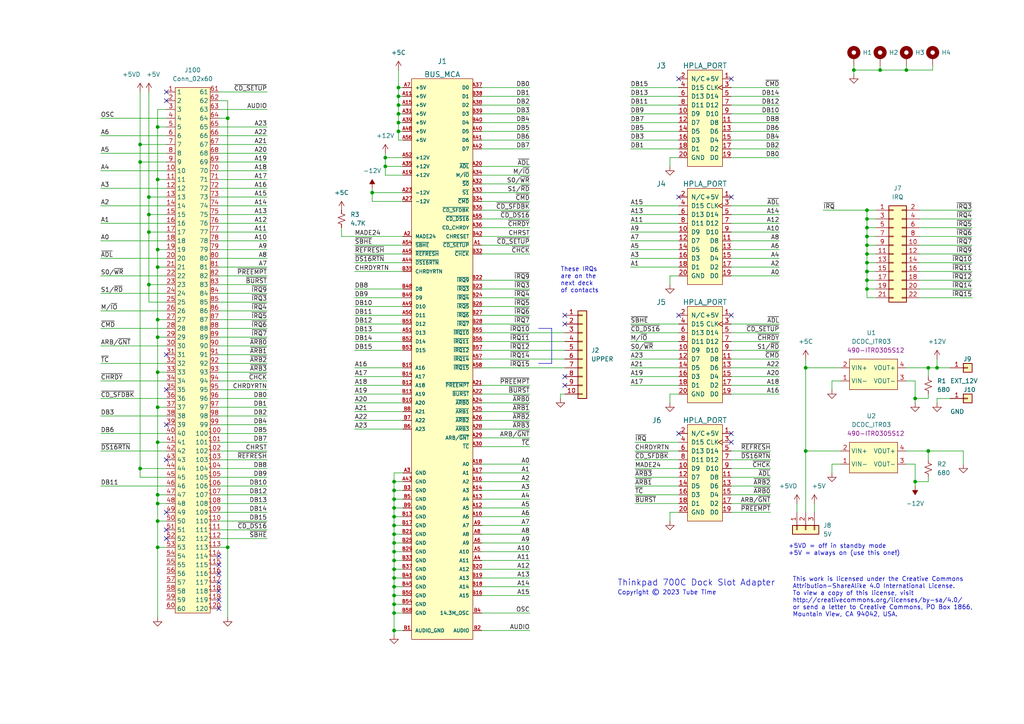
<source format=kicad_sch>
(kicad_sch (version 20230121) (generator eeschema)
  (paper "A4")
  (title_block (rev "2"))
  (junction (at 66.04 34.29))
  (junction (at 45.72 146.05))
  (junction (at 251.46 83.82))
  (junction (at 251.46 68.58))
  (junction (at 251.46 76.2))
  (junction (at 114.3 175.26))
  (junction (at 45.72 158.75))
  (junction (at 45.72 36.83))
  (junction (at 45.72 97.79))
  (junction (at 45.72 52.07))
  (junction (at 111.76 48.26))
  (junction (at 45.72 151.13))
  (junction (at 45.72 77.47))
  (junction (at 114.3 147.32))
  (junction (at 114.3 167.64))
  (junction (at 251.46 81.28))
  (junction (at 251.46 78.74))
  (junction (at 40.64 135.89))
  (junction (at 233.68 130.81))
  (junction (at 43.18 82.55))
  (junction (at 233.68 106.68))
  (junction (at 255.27 20.32))
  (junction (at 265.43 115.57))
  (junction (at 45.72 118.11))
  (junction (at 265.43 139.7))
  (junction (at 114.3 165.1))
  (junction (at 271.78 106.68))
  (junction (at 262.89 20.32))
  (junction (at 43.18 57.15))
  (junction (at 40.64 41.91))
  (junction (at 114.3 149.86))
  (junction (at 40.64 46.99))
  (junction (at 111.76 45.72))
  (junction (at 45.72 107.95))
  (junction (at 114.3 172.72))
  (junction (at 114.3 170.18))
  (junction (at 114.3 162.56))
  (junction (at 114.3 152.4))
  (junction (at 247.65 20.32))
  (junction (at 251.46 63.5))
  (junction (at 251.46 60.96))
  (junction (at 251.46 66.04))
  (junction (at 66.04 158.75))
  (junction (at 114.3 177.8))
  (junction (at 114.3 160.02))
  (junction (at 114.3 142.24))
  (junction (at 45.72 128.27))
  (junction (at 45.72 143.51))
  (junction (at 45.72 92.71))
  (junction (at 115.57 27.94))
  (junction (at 115.57 33.02))
  (junction (at 115.57 35.56))
  (junction (at 114.3 182.88))
  (junction (at 114.3 144.78))
  (junction (at 269.24 106.68))
  (junction (at 269.24 130.81))
  (junction (at 251.46 73.66))
  (junction (at 115.57 30.48))
  (junction (at 43.18 62.23))
  (junction (at 115.57 25.4))
  (junction (at 107.95 55.88))
  (junction (at 43.18 67.31))
  (junction (at 114.3 157.48))
  (junction (at 45.72 72.39))
  (junction (at 115.57 38.1))
  (junction (at 251.46 71.12))
  (junction (at 114.3 154.94))
  (junction (at 114.3 139.7))
  (no_connect (at 163.83 91.44))
  (no_connect (at 163.83 93.98))
  (no_connect (at 163.83 109.22))
  (no_connect (at 163.83 111.76))
  (no_connect (at 212.09 91.44))
  (no_connect (at 48.26 29.21))
  (no_connect (at 196.85 22.86))
  (no_connect (at 212.09 22.86))
  (no_connect (at 196.85 57.15))
  (no_connect (at 212.09 57.15))
  (no_connect (at 212.09 125.73))
  (no_connect (at 196.85 125.73))
  (no_connect (at 212.09 128.27))
  (no_connect (at 196.85 91.44))
  (no_connect (at 63.5 161.29))
  (no_connect (at 48.26 148.59))
  (no_connect (at 48.26 153.67))
  (no_connect (at 48.26 156.21))
  (no_connect (at 63.5 163.83))
  (no_connect (at 63.5 166.37))
  (no_connect (at 63.5 168.91))
  (no_connect (at 63.5 171.45))
  (no_connect (at 63.5 173.99))
  (no_connect (at 63.5 176.53))
  (no_connect (at 48.26 102.87))
  (no_connect (at 48.26 113.03))
  (no_connect (at 48.26 123.19))
  (no_connect (at 48.26 133.35))
  (no_connect (at 48.26 26.67))
  (wire (pts (xy 45.72 52.07) (xy 45.72 72.39)))
  (wire (pts (xy 111.76 48.26) (xy 116.84 48.26)))
  (wire (pts (xy 48.26 128.27) (xy 45.72 128.27)))
  (wire (pts (xy 139.7 63.5) (xy 153.67 63.5)))
  (wire (pts (xy 45.72 77.47) (xy 45.72 72.39)))
  (wire (pts (xy 116.84 93.98) (xy 102.87 93.98)))
  (wire (pts (xy 63.5 110.49) (xy 77.47 110.49)))
  (wire (pts (xy 114.3 149.86) (xy 116.84 149.86)))
  (wire (pts (xy 182.88 77.47) (xy 196.85 77.47)))
  (wire (pts (xy 269.24 114.3) (xy 269.24 115.57)))
  (wire (pts (xy 63.5 102.87) (xy 77.47 102.87)))
  (wire (pts (xy 266.7 76.2) (xy 281.94 76.2)))
  (wire (pts (xy 139.7 142.24) (xy 153.67 142.24)))
  (wire (pts (xy 45.72 97.79) (xy 45.72 92.71)))
  (wire (pts (xy 63.5 31.75) (xy 77.47 31.75)))
  (wire (pts (xy 116.84 116.84) (xy 102.87 116.84)))
  (wire (pts (xy 114.3 147.32) (xy 114.3 149.86)))
  (wire (pts (xy 139.7 177.8) (xy 153.67 177.8)))
  (wire (pts (xy 139.7 101.6) (xy 163.83 101.6)))
  (wire (pts (xy 114.3 167.64) (xy 116.84 167.64)))
  (wire (pts (xy 251.46 83.82) (xy 254 83.82)))
  (wire (pts (xy 266.7 60.96) (xy 281.94 60.96)))
  (wire (pts (xy 266.7 83.82) (xy 281.94 83.82)))
  (wire (pts (xy 212.09 33.02) (xy 226.06 33.02)))
  (wire (pts (xy 275.59 115.57) (xy 271.78 115.57)))
  (wire (pts (xy 114.3 172.72) (xy 116.84 172.72)))
  (wire (pts (xy 45.72 158.75) (xy 45.72 179.07)))
  (wire (pts (xy 271.78 106.68) (xy 275.59 106.68)))
  (wire (pts (xy 63.5 26.67) (xy 77.47 26.67)))
  (wire (pts (xy 269.24 106.68) (xy 271.78 106.68)))
  (wire (pts (xy 102.87 71.12) (xy 116.84 71.12)))
  (wire (pts (xy 139.7 129.54) (xy 153.67 129.54)))
  (wire (pts (xy 182.88 99.06) (xy 196.85 99.06)))
  (wire (pts (xy 251.46 60.96) (xy 254 60.96)))
  (polyline (pts (xy 156.21 105.41) (xy 160.02 105.41)))
  (wire (pts (xy 107.95 58.42) (xy 116.84 58.42)))
  (wire (pts (xy 63.5 153.67) (xy 77.47 153.67)))
  (wire (pts (xy 63.5 46.99) (xy 77.47 46.99)))
  (wire (pts (xy 29.21 74.93) (xy 48.26 74.93)))
  (wire (pts (xy 241.3 134.62) (xy 243.84 134.62)))
  (wire (pts (xy 115.57 25.4) (xy 116.84 25.4)))
  (wire (pts (xy 139.7 127) (xy 153.67 127)))
  (wire (pts (xy 114.3 139.7) (xy 116.84 139.7)))
  (wire (pts (xy 182.88 43.18) (xy 196.85 43.18)))
  (wire (pts (xy 63.5 120.65) (xy 77.47 120.65)))
  (wire (pts (xy 29.21 105.41) (xy 48.26 105.41)))
  (wire (pts (xy 116.84 83.82) (xy 102.87 83.82)))
  (wire (pts (xy 63.5 44.45) (xy 77.47 44.45)))
  (wire (pts (xy 45.72 146.05) (xy 45.72 143.51)))
  (wire (pts (xy 111.76 45.72) (xy 116.84 45.72)))
  (wire (pts (xy 115.57 38.1) (xy 115.57 40.64)))
  (wire (pts (xy 107.95 55.88) (xy 116.84 55.88)))
  (wire (pts (xy 66.04 158.75) (xy 66.04 179.07)))
  (wire (pts (xy 271.78 115.57) (xy 271.78 116.84)))
  (wire (pts (xy 116.84 109.22) (xy 102.87 109.22)))
  (wire (pts (xy 212.09 106.68) (xy 226.06 106.68)))
  (wire (pts (xy 251.46 60.96) (xy 251.46 63.5)))
  (wire (pts (xy 139.7 157.48) (xy 153.67 157.48)))
  (wire (pts (xy 45.72 77.47) (xy 45.72 92.71)))
  (wire (pts (xy 45.72 97.79) (xy 48.26 97.79)))
  (wire (pts (xy 194.31 45.72) (xy 194.31 48.26)))
  (wire (pts (xy 63.5 125.73) (xy 77.47 125.73)))
  (wire (pts (xy 196.85 59.69) (xy 182.88 59.69)))
  (wire (pts (xy 236.22 146.05) (xy 236.22 148.59)))
  (wire (pts (xy 115.57 25.4) (xy 115.57 27.94)))
  (wire (pts (xy 102.87 78.74) (xy 116.84 78.74)))
  (wire (pts (xy 63.5 34.29) (xy 66.04 34.29)))
  (wire (pts (xy 63.5 97.79) (xy 77.47 97.79)))
  (wire (pts (xy 251.46 86.36) (xy 254 86.36)))
  (wire (pts (xy 226.06 74.93) (xy 212.09 74.93)))
  (wire (pts (xy 99.06 66.04) (xy 99.06 68.58)))
  (wire (pts (xy 99.06 68.58) (xy 116.84 68.58)))
  (wire (pts (xy 116.84 88.9) (xy 102.87 88.9)))
  (wire (pts (xy 116.84 96.52) (xy 102.87 96.52)))
  (wire (pts (xy 48.26 77.47) (xy 45.72 77.47)))
  (wire (pts (xy 63.5 151.13) (xy 77.47 151.13)))
  (wire (pts (xy 212.09 93.98) (xy 226.06 93.98)))
  (wire (pts (xy 279.4 134.62) (xy 279.4 130.81)))
  (wire (pts (xy 139.7 147.32) (xy 153.67 147.32)))
  (wire (pts (xy 212.09 96.52) (xy 226.06 96.52)))
  (wire (pts (xy 247.65 20.32) (xy 255.27 20.32)))
  (wire (pts (xy 212.09 104.14) (xy 226.06 104.14)))
  (wire (pts (xy 196.85 111.76) (xy 182.88 111.76)))
  (wire (pts (xy 40.64 135.89) (xy 40.64 46.99)))
  (wire (pts (xy 251.46 81.28) (xy 251.46 83.82)))
  (wire (pts (xy 29.21 54.61) (xy 48.26 54.61)))
  (wire (pts (xy 63.5 77.47) (xy 77.47 77.47)))
  (wire (pts (xy 63.5 135.89) (xy 77.47 135.89)))
  (wire (pts (xy 114.3 137.16) (xy 114.3 139.7)))
  (wire (pts (xy 114.3 144.78) (xy 114.3 147.32)))
  (wire (pts (xy 212.09 64.77) (xy 226.06 64.77)))
  (wire (pts (xy 139.7 88.9) (xy 153.67 88.9)))
  (wire (pts (xy 139.7 111.76) (xy 153.67 111.76)))
  (wire (pts (xy 139.7 134.62) (xy 153.67 134.62)))
  (wire (pts (xy 139.7 73.66) (xy 153.67 73.66)))
  (wire (pts (xy 29.21 64.77) (xy 48.26 64.77)))
  (wire (pts (xy 212.09 146.05) (xy 223.52 146.05)))
  (wire (pts (xy 162.56 114.3) (xy 162.56 115.57)))
  (wire (pts (xy 63.5 115.57) (xy 77.47 115.57)))
  (wire (pts (xy 271.78 104.14) (xy 271.78 106.68)))
  (wire (pts (xy 251.46 81.28) (xy 254 81.28)))
  (wire (pts (xy 212.09 38.1) (xy 226.06 38.1)))
  (wire (pts (xy 114.3 152.4) (xy 114.3 154.94)))
  (wire (pts (xy 114.3 170.18) (xy 116.84 170.18)))
  (wire (pts (xy 251.46 73.66) (xy 254 73.66)))
  (wire (pts (xy 182.88 40.64) (xy 196.85 40.64)))
  (wire (pts (xy 212.09 101.6) (xy 226.06 101.6)))
  (wire (pts (xy 116.84 121.92) (xy 102.87 121.92)))
  (wire (pts (xy 194.31 151.13) (xy 194.31 148.59)))
  (wire (pts (xy 139.7 104.14) (xy 163.83 104.14)))
  (wire (pts (xy 265.43 140.97) (xy 265.43 139.7)))
  (wire (pts (xy 45.72 107.95) (xy 45.72 97.79)))
  (wire (pts (xy 111.76 44.45) (xy 111.76 45.72)))
  (wire (pts (xy 63.5 72.39) (xy 77.47 72.39)))
  (wire (pts (xy 107.95 55.88) (xy 107.95 58.42)))
  (wire (pts (xy 139.7 99.06) (xy 163.83 99.06)))
  (wire (pts (xy 63.5 57.15) (xy 77.47 57.15)))
  (wire (pts (xy 63.5 92.71) (xy 77.47 92.71)))
  (wire (pts (xy 63.5 74.93) (xy 77.47 74.93)))
  (wire (pts (xy 29.21 120.65) (xy 48.26 120.65)))
  (wire (pts (xy 139.7 119.38) (xy 153.67 119.38)))
  (wire (pts (xy 114.3 160.02) (xy 114.3 162.56)))
  (wire (pts (xy 182.88 101.6) (xy 196.85 101.6)))
  (wire (pts (xy 139.7 162.56) (xy 153.67 162.56)))
  (wire (pts (xy 45.72 31.75) (xy 48.26 31.75)))
  (wire (pts (xy 251.46 71.12) (xy 251.46 73.66)))
  (wire (pts (xy 114.3 139.7) (xy 114.3 142.24)))
  (wire (pts (xy 139.7 96.52) (xy 163.83 96.52)))
  (wire (pts (xy 212.09 69.85) (xy 226.06 69.85)))
  (wire (pts (xy 182.88 30.48) (xy 196.85 30.48)))
  (wire (pts (xy 269.24 130.81) (xy 262.89 130.81)))
  (wire (pts (xy 139.7 121.92) (xy 153.67 121.92)))
  (wire (pts (xy 269.24 130.81) (xy 269.24 133.35)))
  (wire (pts (xy 182.88 38.1) (xy 196.85 38.1)))
  (wire (pts (xy 251.46 66.04) (xy 251.46 68.58)))
  (wire (pts (xy 265.43 139.7) (xy 265.43 134.62)))
  (wire (pts (xy 139.7 170.18) (xy 153.67 170.18)))
  (wire (pts (xy 114.3 162.56) (xy 114.3 165.1)))
  (wire (pts (xy 66.04 34.29) (xy 66.04 158.75)))
  (wire (pts (xy 139.7 152.4) (xy 153.67 152.4)))
  (wire (pts (xy 184.15 133.35) (xy 196.85 133.35)))
  (wire (pts (xy 29.21 85.09) (xy 48.26 85.09)))
  (wire (pts (xy 63.5 130.81) (xy 77.47 130.81)))
  (wire (pts (xy 48.26 158.75) (xy 45.72 158.75)))
  (wire (pts (xy 139.7 86.36) (xy 153.67 86.36)))
  (wire (pts (xy 182.88 25.4) (xy 196.85 25.4)))
  (wire (pts (xy 63.5 123.19) (xy 77.47 123.19)))
  (wire (pts (xy 251.46 73.66) (xy 251.46 76.2)))
  (wire (pts (xy 139.7 116.84) (xy 153.67 116.84)))
  (wire (pts (xy 255.27 20.32) (xy 262.89 20.32)))
  (wire (pts (xy 139.7 66.04) (xy 153.67 66.04)))
  (wire (pts (xy 43.18 67.31) (xy 43.18 62.23)))
  (wire (pts (xy 115.57 30.48) (xy 115.57 33.02)))
  (wire (pts (xy 212.09 30.48) (xy 226.06 30.48)))
  (wire (pts (xy 29.21 39.37) (xy 48.26 39.37)))
  (wire (pts (xy 266.7 81.28) (xy 281.94 81.28)))
  (wire (pts (xy 114.3 149.86) (xy 114.3 152.4)))
  (wire (pts (xy 115.57 27.94) (xy 115.57 30.48)))
  (wire (pts (xy 231.14 146.05) (xy 231.14 148.59)))
  (wire (pts (xy 63.5 69.85) (xy 77.47 69.85)))
  (wire (pts (xy 139.7 48.26) (xy 153.67 48.26)))
  (wire (pts (xy 114.3 154.94) (xy 116.84 154.94)))
  (wire (pts (xy 63.5 143.51) (xy 77.47 143.51)))
  (wire (pts (xy 40.64 26.67) (xy 40.64 41.91)))
  (wire (pts (xy 265.43 115.57) (xy 269.24 115.57)))
  (wire (pts (xy 266.7 68.58) (xy 281.94 68.58)))
  (wire (pts (xy 29.21 59.69) (xy 48.26 59.69)))
  (wire (pts (xy 114.3 147.32) (xy 116.84 147.32)))
  (wire (pts (xy 212.09 35.56) (xy 226.06 35.56)))
  (wire (pts (xy 139.7 144.78) (xy 153.67 144.78)))
  (wire (pts (xy 139.7 165.1) (xy 153.67 165.1)))
  (wire (pts (xy 63.5 100.33) (xy 77.47 100.33)))
  (wire (pts (xy 226.06 80.01) (xy 212.09 80.01)))
  (wire (pts (xy 226.06 77.47) (xy 212.09 77.47)))
  (wire (pts (xy 251.46 78.74) (xy 254 78.74)))
  (wire (pts (xy 265.43 139.7) (xy 269.24 139.7)))
  (wire (pts (xy 139.7 27.94) (xy 153.67 27.94)))
  (wire (pts (xy 279.4 130.81) (xy 269.24 130.81)))
  (wire (pts (xy 29.21 110.49) (xy 48.26 110.49)))
  (wire (pts (xy 116.84 106.68) (xy 102.87 106.68)))
  (wire (pts (xy 182.88 27.94) (xy 196.85 27.94)))
  (wire (pts (xy 251.46 83.82) (xy 251.46 86.36)))
  (wire (pts (xy 63.5 95.25) (xy 77.47 95.25)))
  (wire (pts (xy 63.5 54.61) (xy 77.47 54.61)))
  (wire (pts (xy 184.15 140.97) (xy 196.85 140.97)))
  (wire (pts (xy 63.5 90.17) (xy 77.47 90.17)))
  (wire (pts (xy 139.7 154.94) (xy 153.67 154.94)))
  (wire (pts (xy 48.26 107.95) (xy 45.72 107.95)))
  (wire (pts (xy 226.06 72.39) (xy 212.09 72.39)))
  (wire (pts (xy 139.7 35.56) (xy 153.67 35.56)))
  (wire (pts (xy 196.85 62.23) (xy 182.88 62.23)))
  (wire (pts (xy 115.57 35.56) (xy 116.84 35.56)))
  (wire (pts (xy 114.3 142.24) (xy 114.3 144.78)))
  (wire (pts (xy 251.46 68.58) (xy 254 68.58)))
  (wire (pts (xy 212.09 140.97) (xy 223.52 140.97)))
  (wire (pts (xy 63.5 80.01) (xy 77.47 80.01)))
  (wire (pts (xy 115.57 35.56) (xy 115.57 38.1)))
  (wire (pts (xy 45.72 36.83) (xy 45.72 52.07)))
  (wire (pts (xy 63.5 29.21) (xy 66.04 29.21)))
  (wire (pts (xy 182.88 74.93) (xy 196.85 74.93)))
  (wire (pts (xy 115.57 30.48) (xy 116.84 30.48)))
  (wire (pts (xy 114.3 175.26) (xy 116.84 175.26)))
  (wire (pts (xy 114.3 177.8) (xy 116.84 177.8)))
  (wire (pts (xy 251.46 66.04) (xy 254 66.04)))
  (wire (pts (xy 139.7 172.72) (xy 153.67 172.72)))
  (wire (pts (xy 63.5 113.03) (xy 77.47 113.03)))
  (wire (pts (xy 139.7 124.46) (xy 153.67 124.46)))
  (wire (pts (xy 29.21 95.25) (xy 48.26 95.25)))
  (wire (pts (xy 255.27 20.32) (xy 255.27 19.05)))
  (wire (pts (xy 212.09 130.81) (xy 223.52 130.81)))
  (wire (pts (xy 102.87 91.44) (xy 116.84 91.44)))
  (wire (pts (xy 139.7 83.82) (xy 153.67 83.82)))
  (wire (pts (xy 212.09 99.06) (xy 226.06 99.06)))
  (wire (pts (xy 114.3 144.78) (xy 116.84 144.78)))
  (wire (pts (xy 48.26 87.63) (xy 43.18 87.63)))
  (wire (pts (xy 139.7 106.68) (xy 163.83 106.68)))
  (wire (pts (xy 139.7 53.34) (xy 153.67 53.34)))
  (wire (pts (xy 194.31 114.3) (xy 196.85 114.3)))
  (wire (pts (xy 114.3 175.26) (xy 114.3 177.8)))
  (wire (pts (xy 63.5 49.53) (xy 77.47 49.53)))
  (wire (pts (xy 43.18 62.23) (xy 43.18 57.15)))
  (wire (pts (xy 29.21 125.73) (xy 48.26 125.73)))
  (wire (pts (xy 48.26 46.99) (xy 40.64 46.99)))
  (wire (pts (xy 63.5 105.41) (xy 77.47 105.41)))
  (wire (pts (xy 139.7 30.48) (xy 153.67 30.48)))
  (wire (pts (xy 139.7 139.7) (xy 153.67 139.7)))
  (wire (pts (xy 251.46 71.12) (xy 254 71.12)))
  (wire (pts (xy 233.68 106.68) (xy 233.68 130.81)))
  (wire (pts (xy 116.84 111.76) (xy 102.87 111.76)))
  (wire (pts (xy 66.04 29.21) (xy 66.04 34.29)))
  (wire (pts (xy 114.3 160.02) (xy 116.84 160.02)))
  (wire (pts (xy 262.89 20.32) (xy 262.89 19.05)))
  (wire (pts (xy 115.57 27.94) (xy 116.84 27.94)))
  (wire (pts (xy 45.72 158.75) (xy 45.72 151.13)))
  (wire (pts (xy 48.26 146.05) (xy 45.72 146.05)))
  (wire (pts (xy 266.7 73.66) (xy 281.94 73.66)))
  (wire (pts (xy 63.5 82.55) (xy 77.47 82.55)))
  (wire (pts (xy 63.5 156.21) (xy 77.47 156.21)))
  (wire (pts (xy 233.68 148.59) (xy 233.68 130.81)))
  (wire (pts (xy 182.88 35.56) (xy 196.85 35.56)))
  (wire (pts (xy 212.09 133.35) (xy 223.52 133.35)))
  (wire (pts (xy 116.84 137.16) (xy 114.3 137.16)))
  (wire (pts (xy 139.7 25.4) (xy 153.67 25.4)))
  (wire (pts (xy 139.7 40.64) (xy 153.67 40.64)))
  (wire (pts (xy 48.26 67.31) (xy 43.18 67.31)))
  (wire (pts (xy 40.64 46.99) (xy 40.64 41.91)))
  (wire (pts (xy 139.7 68.58) (xy 153.67 68.58)))
  (wire (pts (xy 196.85 109.22) (xy 182.88 109.22)))
  (wire (pts (xy 45.72 118.11) (xy 45.72 107.95)))
  (wire (pts (xy 251.46 76.2) (xy 251.46 78.74)))
  (wire (pts (xy 251.46 78.74) (xy 251.46 81.28)))
  (wire (pts (xy 266.7 66.04) (xy 281.94 66.04)))
  (wire (pts (xy 139.7 81.28) (xy 153.67 81.28)))
  (wire (pts (xy 212.09 148.59) (xy 223.52 148.59)))
  (wire (pts (xy 29.21 34.29) (xy 48.26 34.29)))
  (wire (pts (xy 139.7 50.8) (xy 153.67 50.8)))
  (wire (pts (xy 194.31 148.59) (xy 196.85 148.59)))
  (wire (pts (xy 116.84 101.6) (xy 102.87 101.6)))
  (wire (pts (xy 29.21 44.45) (xy 48.26 44.45)))
  (wire (pts (xy 111.76 50.8) (xy 116.84 50.8)))
  (wire (pts (xy 270.51 20.32) (xy 270.51 19.05)))
  (wire (pts (xy 63.5 133.35) (xy 77.47 133.35)))
  (wire (pts (xy 48.26 72.39) (xy 45.72 72.39)))
  (wire (pts (xy 212.09 40.64) (xy 226.06 40.64)))
  (wire (pts (xy 184.15 143.51) (xy 196.85 143.51)))
  (wire (pts (xy 139.7 33.02) (xy 153.67 33.02)))
  (wire (pts (xy 114.3 162.56) (xy 116.84 162.56)))
  (wire (pts (xy 114.3 170.18) (xy 114.3 172.72)))
  (wire (pts (xy 63.5 118.11) (xy 77.47 118.11)))
  (wire (pts (xy 48.26 138.43) (xy 40.64 138.43)))
  (wire (pts (xy 251.46 63.5) (xy 251.46 66.04)))
  (wire (pts (xy 196.85 69.85) (xy 182.88 69.85)))
  (wire (pts (xy 212.09 43.18) (xy 226.06 43.18)))
  (wire (pts (xy 139.7 58.42) (xy 153.67 58.42)))
  (wire (pts (xy 63.5 146.05) (xy 77.47 146.05)))
  (wire (pts (xy 48.26 62.23) (xy 43.18 62.23)))
  (wire (pts (xy 266.7 78.74) (xy 281.94 78.74)))
  (wire (pts (xy 63.5 64.77) (xy 77.47 64.77)))
  (wire (pts (xy 212.09 67.31) (xy 226.06 67.31)))
  (wire (pts (xy 29.21 90.17) (xy 48.26 90.17)))
  (wire (pts (xy 163.83 114.3) (xy 162.56 114.3)))
  (wire (pts (xy 114.3 142.24) (xy 116.84 142.24)))
  (wire (pts (xy 139.7 55.88) (xy 153.67 55.88)))
  (wire (pts (xy 194.31 82.55) (xy 194.31 80.01)))
  (wire (pts (xy 63.5 85.09) (xy 77.47 85.09)))
  (wire (pts (xy 114.3 167.64) (xy 114.3 170.18)))
  (wire (pts (xy 269.24 138.43) (xy 269.24 139.7)))
  (wire (pts (xy 66.04 158.75) (xy 63.5 158.75)))
  (wire (pts (xy 238.76 60.96) (xy 251.46 60.96)))
  (wire (pts (xy 194.31 116.84) (xy 194.31 114.3)))
  (wire (pts (xy 139.7 149.86) (xy 153.67 149.86)))
  (wire (pts (xy 102.87 76.2) (xy 116.84 76.2)))
  (wire (pts (xy 265.43 116.84) (xy 265.43 115.57)))
  (wire (pts (xy 182.88 93.98) (xy 196.85 93.98)))
  (wire (pts (xy 266.7 86.36) (xy 281.94 86.36)))
  (wire (pts (xy 139.7 167.64) (xy 153.67 167.64)))
  (wire (pts (xy 63.5 87.63) (xy 77.47 87.63)))
  (wire (pts (xy 265.43 115.57) (xy 265.43 110.49)))
  (wire (pts (xy 45.72 143.51) (xy 45.72 128.27)))
  (wire (pts (xy 29.21 100.33) (xy 48.26 100.33)))
  (wire (pts (xy 139.7 91.44) (xy 153.67 91.44)))
  (wire (pts (xy 116.84 119.38) (xy 102.87 119.38)))
  (wire (pts (xy 254 63.5) (xy 251.46 63.5)))
  (wire (pts (xy 184.15 130.81) (xy 196.85 130.81)))
  (wire (pts (xy 212.09 111.76) (xy 226.06 111.76)))
  (wire (pts (xy 262.89 106.68) (xy 269.24 106.68)))
  (wire (pts (xy 45.72 31.75) (xy 45.72 36.83)))
  (wire (pts (xy 196.85 64.77) (xy 182.88 64.77)))
  (wire (pts (xy 63.5 107.95) (xy 77.47 107.95)))
  (wire (pts (xy 196.85 104.14) (xy 182.88 104.14)))
  (wire (pts (xy 139.7 114.3) (xy 153.67 114.3)))
  (wire (pts (xy 265.43 110.49) (xy 262.89 110.49)))
  (wire (pts (xy 184.15 146.05) (xy 196.85 146.05)))
  (wire (pts (xy 63.5 140.97) (xy 77.47 140.97)))
  (wire (pts (xy 182.88 72.39) (xy 196.85 72.39)))
  (wire (pts (xy 45.72 52.07) (xy 48.26 52.07)))
  (wire (pts (xy 247.65 19.05) (xy 247.65 20.32)))
  (wire (pts (xy 262.89 134.62) (xy 265.43 134.62)))
  (wire (pts (xy 107.95 54.61) (xy 107.95 55.88)))
  (wire (pts (xy 139.7 137.16) (xy 153.67 137.16)))
  (wire (pts (xy 29.21 69.85) (xy 48.26 69.85)))
  (wire (pts (xy 40.64 138.43) (xy 40.64 135.89)))
  (wire (pts (xy 114.3 152.4) (xy 116.84 152.4)))
  (wire (pts (xy 212.09 138.43) (xy 223.52 138.43)))
  (wire (pts (xy 114.3 182.88) (xy 114.3 184.15)))
  (wire (pts (xy 63.5 67.31) (xy 77.47 67.31)))
  (wire (pts (xy 116.84 124.46) (xy 102.87 124.46)))
  (wire (pts (xy 139.7 60.96) (xy 153.67 60.96)))
  (wire (pts (xy 45.72 151.13) (xy 45.72 146.05)))
  (wire (pts (xy 29.21 80.01) (xy 48.26 80.01)))
  (wire (pts (xy 29.21 130.81) (xy 48.26 130.81)))
  (wire (pts (xy 184.15 135.89) (xy 196.85 135.89)))
  (wire (pts (xy 29.21 115.57) (xy 48.26 115.57)))
  (wire (pts (xy 251.46 76.2) (xy 254 76.2)))
  (wire (pts (xy 43.18 87.63) (xy 43.18 82.55)))
  (wire (pts (xy 48.26 135.89) (xy 40.64 135.89)))
  (wire (pts (xy 115.57 33.02) (xy 115.57 35.56)))
  (wire (pts (xy 247.65 20.32) (xy 247.65 21.59)))
  (wire (pts (xy 233.68 104.14) (xy 233.68 106.68)))
  (wire (pts (xy 102.87 73.66) (xy 116.84 73.66)))
  (wire (pts (xy 63.5 39.37) (xy 77.47 39.37)))
  (wire (pts (xy 114.3 165.1) (xy 116.84 165.1)))
  (wire (pts (xy 116.84 99.06) (xy 102.87 99.06)))
  (wire (pts (xy 262.89 20.32) (xy 270.51 20.32)))
  (wire (pts (xy 139.7 93.98) (xy 153.67 93.98)))
  (wire (pts (xy 29.21 140.97) (xy 48.26 140.97)))
  (wire (pts (xy 43.18 82.55) (xy 43.18 67.31)))
  (wire (pts (xy 184.15 128.27) (xy 196.85 128.27)))
  (wire (pts (xy 182.88 33.02) (xy 196.85 33.02)))
  (wire (pts (xy 251.46 68.58) (xy 251.46 71.12)))
  (wire (pts (xy 212.09 59.69) (xy 226.06 59.69)))
  (wire (pts (xy 196.85 45.72) (xy 194.31 45.72)))
  (wire (pts (xy 194.31 80.01) (xy 196.85 80.01)))
  (wire (pts (xy 63.5 59.69) (xy 77.47 59.69)))
  (wire (pts (xy 243.84 106.68) (xy 233.68 106.68)))
  (wire (pts (xy 114.3 182.88) (xy 116.84 182.88)))
  (wire (pts (xy 212.09 45.72) (xy 226.06 45.72)))
  (wire (pts (xy 182.88 96.52) (xy 196.85 96.52)))
  (wire (pts (xy 212.09 62.23) (xy 226.06 62.23)))
  (wire (pts (xy 114.3 157.48) (xy 116.84 157.48)))
  (wire (pts (xy 63.5 41.91) (xy 77.47 41.91)))
  (wire (pts (xy 63.5 36.83) (xy 77.47 36.83)))
  (wire (pts (xy 115.57 20.32) (xy 115.57 25.4)))
  (wire (pts (xy 212.09 25.4) (xy 226.06 25.4)))
  (wire (pts (xy 40.64 41.91) (xy 48.26 41.91)))
  (wire (pts (xy 184.15 138.43) (xy 196.85 138.43)))
  (wire (pts (xy 139.7 38.1) (xy 153.67 38.1)))
  (wire (pts (xy 139.7 43.18) (xy 153.67 43.18)))
  (wire (pts (xy 139.7 71.12) (xy 153.67 71.12)))
  (wire (pts (xy 63.5 148.59) (xy 77.47 148.59)))
  (wire (pts (xy 63.5 52.07) (xy 77.47 52.07)))
  (wire (pts (xy 266.7 63.5) (xy 281.94 63.5)))
  (wire (pts (xy 29.21 49.53) (xy 48.26 49.53)))
  (polyline (pts (xy 160.02 95.25) (xy 160.02 105.41)))
  (wire (pts (xy 48.26 118.11) (xy 45.72 118.11)))
  (wire (pts (xy 111.76 48.26) (xy 111.76 45.72)))
  (wire (pts (xy 114.3 157.48) (xy 114.3 160.02)))
  (wire (pts (xy 63.5 128.27) (xy 77.47 128.27)))
  (wire (pts (xy 116.84 86.36) (xy 102.87 86.36)))
  (wire (pts (xy 114.3 177.8) (xy 114.3 182.88)))
  (wire (pts (xy 196.85 67.31) (xy 182.88 67.31)))
  (wire (pts (xy 114.3 154.94) (xy 114.3 157.48)))
  (wire (pts (xy 116.84 114.3) (xy 102.87 114.3)))
  (wire (pts (xy 241.3 110.49) (xy 243.84 110.49)))
  (wire (pts (xy 63.5 138.43) (xy 77.47 138.43)))
  (wire (pts (xy 48.26 151.13) (xy 45.72 151.13)))
  (wire (pts (xy 114.3 172.72) (xy 114.3 175.26)))
  (wire (pts (xy 233.68 130.81) (xy 243.84 130.81)))
  (polyline (pts (xy 156.21 95.25) (xy 160.02 95.25)))
  (wire (pts (xy 212.09 143.51) (xy 223.52 143.51)))
  (wire (pts (xy 212.09 109.22) (xy 226.06 109.22)))
  (wire (pts (xy 139.7 182.88) (xy 153.67 182.88)))
  (wire (pts (xy 111.76 50.8) (xy 111.76 48.26)))
  (wire (pts (xy 48.26 82.55) (xy 43.18 82.55)))
  (wire (pts (xy 114.3 165.1) (xy 114.3 167.64)))
  (wire (pts (xy 241.3 137.16) (xy 241.3 134.62)))
  (wire (pts (xy 212.09 27.94) (xy 226.06 27.94)))
  (wire (pts (xy 212.09 114.3) (xy 226.06 114.3)))
  (wire (pts (xy 48.26 143.51) (xy 45.72 143.51)))
  (wire (pts (xy 212.09 135.89) (xy 223.52 135.89)))
  (wire (pts (xy 241.3 113.03) (xy 241.3 110.49)))
  (wire (pts (xy 115.57 38.1) (xy 116.84 38.1)))
  (wire (pts (xy 115.57 33.02) (xy 116.84 33.02)))
  (wire (pts (xy 196.85 106.68) (xy 182.88 106.68)))
  (wire (pts (xy 269.24 106.68) (xy 269.24 109.22)))
  (wire (pts (xy 48.26 92.71) (xy 45.72 92.71)))
  (wire (pts (xy 45.72 128.27) (xy 45.72 118.11)))
  (wire (pts (xy 48.26 57.15) (xy 43.18 57.15)))
  (wire (pts (xy 139.7 160.02) (xy 153.67 160.02)))
  (wire (pts (xy 266.7 71.12) (xy 281.94 71.12)))
  (wire (pts (xy 43.18 57.15) (xy 43.18 26.67)))
  (wire (pts (xy 45.72 36.83) (xy 48.26 36.83)))
  (wire (pts (xy 116.84 40.64) (xy 115.57 40.64)))
  (wire (pts (xy 63.5 62.23) (xy 77.47 62.23)))
  (text "+5VD = off in standby mode\n+5V = always on (use this one!)" (at 228.6 161.29 0) (effects (font (size 1.27 1.27)) (justify left bottom)))
  (text "These IRQs \nare on the\nnext deck\nof contacts" (at 162.56 85.09 0) (effects (font (size 1.27 1.27)) (justify left bottom)))
  (text "Copyright © 2023 Tube Time" (at 179.07 172.72 0) (effects (font (size 1.27 1.27)) (justify left bottom)))
  (text "This work is licensed under the Creative Commons\nAttribution-ShareAlike 4.0 International License.\nTo view a copy of this license, visit\nhttp://creativecommons.org/licenses/by-sa/4.0/\nor send a letter to Creative Commons, PO Box 1866,\nMountain View, CA 94042, USA." (at 229.87 179.07 0) (effects (font (size 1.27 1.27)) (justify left bottom)))
  (text "Thinkpad 700C Dock Slot Adapter" (at 179.07 170.18 0) (effects (font (size 1.778 1.778)) (justify left bottom)))
  (label "A8" (at 153.67 154.94 180))
  (label "~{BURST}" (at 77.47 82.55 180))
  (label "DB1" (at 77.47 118.11 180))
  (label "ARB{slash}~{GNT}" (at 223.52 146.05 180))
  (label "A11" (at 153.67 162.56 180))
  (label "~{ARB3}" (at 153.67 124.46 180))
  (label "A10" (at 77.47 69.85 180))
  (label "~{IRQ7}" (at 281.94 71.12 180))
  (label "DB6" (at 226.06 38.1 180))
  (label "CHRST" (at 153.67 68.58 180))
  (label "~{IRQ9}" (at 281.94 73.66 180))
  (label "~{IRQ9}" (at 77.47 85.09 180))
  (label "A12" (at 153.67 165.1 180))
  (label "~{CD_DS16}" (at 77.47 153.67 180))
  (label "OSC" (at 153.67 177.8 180))
  (label "~{CHRDY}" (at 29.21 110.49 0))
  (label "~{IRQ11}" (at 281.94 78.74 180))
  (label "A15" (at 182.88 59.69 0))
  (label "~{CD_SFDBK}" (at 184.15 133.35 0))
  (label "~{CD_SFDBK}" (at 29.21 115.57 0))
  (label "A19" (at 182.88 109.22 0))
  (label "~{CD_SETUP}" (at 77.47 26.67 180))
  (label "~{TC}" (at 153.67 129.54 180))
  (label "~{ARB1}" (at 184.15 140.97 0))
  (label "DB0" (at 153.67 25.4 180))
  (label "A7" (at 182.88 69.85 0))
  (label "A14" (at 153.67 170.18 180))
  (label "DB13" (at 182.88 27.94 0))
  (label "~{CHRDY}" (at 226.06 99.06 180))
  (label "DB0" (at 226.06 45.72 180))
  (label "A7" (at 153.67 152.4 180))
  (label "~{ARB0}" (at 77.47 100.33 180))
  (label "A0" (at 153.67 134.62 180))
  (label "~{ARB1}" (at 77.47 102.87 180))
  (label "DB5" (at 182.88 38.1 0))
  (label "A8" (at 77.47 74.93 180))
  (label "A22" (at 77.47 39.37 180))
  (label "A23" (at 102.87 124.46 0))
  (label "A1" (at 153.67 137.16 180))
  (label "S1{slash}~{RD}" (at 29.21 85.09 0))
  (label "DB11" (at 29.21 140.97 0))
  (label "DB13" (at 77.47 146.05 180))
  (label "~{IRQ4}" (at 153.67 86.36 180))
  (label "DB2" (at 77.47 120.65 180))
  (label "~{IRQ5}" (at 281.94 66.04 180))
  (label "~{TC}" (at 29.21 105.41 0))
  (label "A9" (at 153.67 157.48 180))
  (label "A5" (at 153.67 147.32 180))
  (label "~{IRQ7}" (at 77.47 97.79 180))
  (label "A22" (at 226.06 106.68 180))
  (label "~{ARB3}" (at 184.15 138.43 0))
  (label "A18" (at 102.87 111.76 0))
  (label "A8" (at 226.06 69.85 180))
  (label "A0" (at 226.06 80.01 180))
  (label "DB5" (at 153.67 38.1 180))
  (label "S0{slash}~{WR}" (at 29.21 80.01 0))
  (label "A16" (at 226.06 114.3 180))
  (label "~{CD_DS16}" (at 153.67 63.5 180))
  (label "~{CMD}" (at 226.06 104.14 180))
  (label "DB2" (at 226.06 43.18 180))
  (label "M{slash}~{IO}" (at 29.21 90.17 0))
  (label "A5" (at 29.21 44.45 0))
  (label "A14" (at 226.06 62.23 180))
  (label "~{CD_SETUP}" (at 226.06 96.52 180))
  (label "AUDIO" (at 153.67 182.88 180))
  (label "DB15" (at 77.47 151.13 180))
  (label "~{CD_SETUP}" (at 153.67 71.12 180))
  (label "A13" (at 182.88 62.23 0))
  (label "A6" (at 226.06 72.39 180))
  (label "~{CMD}" (at 153.67 58.42 180))
  (label "DB15" (at 102.87 101.6 0))
  (label "A22" (at 102.87 121.92 0))
  (label "DB14" (at 102.87 99.06 0))
  (label "~{ADL}" (at 226.06 93.98 180))
  (label "DB10" (at 77.47 140.97 180))
  (label "DB10" (at 226.06 33.02 180))
  (label "DB8" (at 226.06 35.56 180))
  (label "DB7" (at 182.88 35.56 0))
  (label "A11" (at 77.47 67.31 180))
  (label "CHRDYRTN" (at 102.87 78.74 0))
  (label "~{IRQ}" (at 184.15 128.27 0))
  (label "DB4" (at 226.06 40.64 180))
  (label "DB3" (at 182.88 40.64 0))
  (label "DB7" (at 77.47 128.27 180))
  (label "A4" (at 29.21 49.53 0))
  (label "~{ARB2}" (at 153.67 121.92 180))
  (label "A17" (at 77.47 52.07 180))
  (label "~{ADL}" (at 226.06 59.69 180))
  (label "~{IRQ15}" (at 281.94 86.36 180))
  (label "DB10" (at 102.87 88.9 0))
  (label "~{TC}" (at 184.15 143.51 0))
  (label "DB12" (at 77.47 143.51 180))
  (label "~{IRQ10}" (at 281.94 76.2 180))
  (label "A1" (at 182.88 77.47 0))
  (label "DB1" (at 153.67 27.94 180))
  (label "~{REFRESH}" (at 77.47 133.35 180))
  (label "ARB{slash}~{GNT}" (at 153.67 127 180))
  (label "~{ARB0}" (at 223.52 143.51 180))
  (label "~{CD_SFDBK}" (at 153.67 60.96 180))
  (label "A6" (at 153.67 149.86 180))
  (label "~{CMD}" (at 29.21 95.25 0))
  (label "CHRDYRTN" (at 184.15 130.81 0))
  (label "~{PREEMPT}" (at 77.47 80.01 180))
  (label "A3" (at 182.88 74.93 0))
  (label "~{IRQ6}" (at 153.67 91.44 180))
  (label "DB9" (at 102.87 86.36 0))
  (label "A4" (at 226.06 74.93 180))
  (label "~{IRQ}" (at 238.76 60.96 0))
  (label "DB3" (at 29.21 120.65 0))
  (label "~{IRQ10}" (at 153.67 96.52 180))
  (label "A2" (at 153.67 139.7 180))
  (label "A15" (at 153.67 172.72 180))
  (label "MADE24" (at 102.87 68.58 0))
  (label "DB8" (at 77.47 135.89 180))
  (label "~{IRQ12}" (at 153.67 101.6 180))
  (label "DB7" (at 153.67 43.18 180))
  (label "DB8" (at 102.87 83.82 0))
  (label "DB12" (at 102.87 93.98 0))
  (label "~{SBHE}" (at 182.88 93.98 0))
  (label "CHRST" (at 77.47 130.81 180))
  (label "A23" (at 182.88 104.14 0))
  (label "OSC" (at 29.21 34.29 0))
  (label "A20" (at 77.47 44.45 180))
  (label "DB13" (at 102.87 96.52 0))
  (label "A9" (at 182.88 67.31 0))
  (label "A15" (at 77.47 57.15 180))
  (label "~{IRQ4}" (at 281.94 63.5 180))
  (label "~{SBHE}" (at 102.87 71.12 0))
  (label "~{IRQ5}" (at 153.67 88.9 180))
  (label "A20" (at 102.87 116.84 0))
  (label "ARB{slash}~{GNT}" (at 29.21 100.33 0))
  (label "~{ADL}" (at 29.21 74.93 0))
  (label "~{ARB2}" (at 77.47 105.41 180))
  (label "~{IRQ4}" (at 77.47 90.17 180))
  (label "DB11" (at 182.88 30.48 0))
  (label "DB9" (at 182.88 33.02 0))
  (label "S1{slash}~{RD}" (at 153.67 55.88 180))
  (label "M{slash}~{IO}" (at 182.88 99.06 0))
  (label "~{IRQ3}" (at 281.94 60.96 180))
  (label "DB6" (at 153.67 40.64 180))
  (label "A9" (at 77.47 72.39 180))
  (label "~{PREEMPT}" (at 223.52 148.59 180))
  (label "DB1" (at 182.88 43.18 0))
  (label "CHRDYRTN" (at 77.47 113.03 180))
  (label "~{IRQ14}" (at 153.67 104.14 180))
  (label "~{IRQ3}" (at 153.67 83.82 180))
  (label "DB11" (at 102.87 91.44 0))
  (label "~{REFRESH}" (at 102.87 73.66 0))
  (label "~{BURST}" (at 153.67 114.3 180))
  (label "~{CHRDY}" (at 153.67 66.04 180))
  (label "~{IRQ6}" (at 281.94 68.58 180))
  (label "DB0" (at 77.47 115.57 180))
  (label "~{ARB1}" (at 153.67 119.38 180))
  (label "A10" (at 153.67 160.02 180))
  (label "~{CHCK}" (at 77.47 110.49 180))
  (label "A3" (at 29.21 54.61 0))
  (label "DB12" (at 226.06 30.48 180))
  (label "~{CHCK}" (at 223.52 135.89 180))
  (label "~{BURST}" (at 184.15 146.05 0))
  (label "DB3" (at 153.67 33.02 180))
  (label "A19" (at 102.87 114.3 0))
  (label "~{CHCK}" (at 153.67 73.66 180))
  (label "~{CMD}" (at 226.06 25.4 180))
  (label "A1" (at 29.21 64.77 0))
  (label "A18" (at 226.06 111.76 180))
  (label "~{IRQ7}" (at 153.67 93.98 180))
  (label "~{ADL}" (at 223.52 138.43 180))
  (label "A5" (at 182.88 72.39 0))
  (label "A20" (at 226.06 109.22 180))
  (label "M{slash}~{IO}" (at 153.67 50.8 180))
  (label "~{SBHE}" (at 77.47 156.21 180))
  (label "S1{slash}~{RD}" (at 226.06 101.6 180))
  (label "A6" (at 29.21 39.37 0))
  (label "~{ARB3}" (at 77.47 107.95 180))
  (label "A3" (at 153.67 142.24 180))
  (label "A12" (at 226.06 64.77 180))
  (label "A2" (at 29.21 59.69 0))
  (label "~{DS16RTN}" (at 223.52 133.35 180))
  (label "A12" (at 77.47 64.77 180))
  (label "~{CD_DS16}" (at 182.88 96.52 0))
  (label "A0" (at 29.21 69.85 0))
  (label "~{PREEMPT}" (at 153.67 111.76 180))
  (label "A4" (at 153.67 144.78 180))
  (label "A21" (at 182.88 106.68 0))
  (label "A7" (at 77.47 77.47 180))
  (label "A16" (at 102.87 106.68 0))
  (label "~{ADL}" (at 153.67 48.26 180))
  (label "DB15" (at 182.88 25.4 0))
  (label "A2" (at 226.06 77.47 180))
  (label "A13" (at 153.67 167.64 180))
  (label "~{DS16RTN}" (at 29.21 130.81 0))
  (label "A10" (at 226.06 67.31 180))
  (label "~{IRQ6}" (at 77.47 95.25 180))
  (label "~{ARB0}" (at 153.67 116.84 180))
  (label "~{DS16RTN}" (at 102.87 76.2 0))
  (label "A18" (at 77.47 49.53 180))
  (label "~{IRQ9}" (at 153.67 81.28 180))
  (label "A13" (at 77.47 62.23 180))
  (label "A21" (at 77.47 41.91 180))
  (label "A17" (at 102.87 109.22 0))
  (label "A16" (at 77.47 54.61 180))
  (label "MADE24" (at 184.15 135.89 0))
  (label "~{IRQ11}" (at 153.67 99.06 180))
  (label "~{IRQ14}" (at 281.94 83.82 180))
  (label "AUDIO" (at 77.47 31.75 180))
  (label "DB4" (at 153.67 35.56 180))
  (label "~{IRQ12}" (at 281.94 81.28 180))
  (label "DB2" (at 153.67 30.48 180))
  (label "A21" (at 102.87 119.38 0))
  (label "~{IRQ5}" (at 77.47 92.71 180))
  (label "A19" (at 77.47 46.99 180))
  (label "DB6" (at 29.21 125.73 0))
  (label "~{ARB2}" (at 223.52 140.97 180))
  (label "A17" (at 182.88 111.76 0))
  (label "S0{slash}~{WR}" (at 182.88 101.6 0))
  (label "DB14" (at 77.47 148.59 180))
  (label "~{IRQ15}" (at 153.67 106.68 180))
  (label "S0{slash}~{WR}" (at 153.67 53.34 180))
  (label "DB14" (at 226.06 27.94 180))
  (label "DB9" (at 77.47 138.43 180))
  (label "A23" (at 77.47 36.83 180))
  (label "A11" (at 182.88 64.77 0))
  (label "~{REFRESH}" (at 223.52 130.81 180))
  (label "DB5" (at 77.47 125.73 180))
  (label "~{IRQ3}" (at 77.47 87.63 180))
  (label "A14" (at 77.47 59.69 180))
  (label "DB4" (at 77.47 123.19 180))
  (symbol (lib_id "Connector_Generic:Conn_01x01") (at 280.67 115.57 0) (unit 1)
    (property "Reference" "J10" (at 279.4 113.03 0) (effects (justify left)))
    (property "Value" "GND" (at 275.59 119.38 0) (effects (justify left)))
    (property "Footprint" "TestPoint:TestPoint_Keystone_5005-5009_Compact" (effects hide))
  )
  (symbol (lib_id "power:GND") (at 241.3 137.16 0) (unit 1)
    (property "Reference" "#PWR0118" (effects hide))
    (property "Value" "GND" (effects hide))
  )
  (symbol (lib_id "power:+5VD") (at 40.64 26.67 0) (unit 1)
    (property "Reference" "#PWR0109" (effects hide))
    (property "Value" "+5VD" (at 38.1 21.59 0))
  )
  (symbol (lib_id "Connector_Generic:Conn_02x11_Odd_Even") (at 259.08 73.66 0) (unit 1)
    (property "Reference" "J7" (at 260.35 54.61 0))
    (property "Value" "IRQ" (at 260.35 57.15 0))
    (property "Footprint" "Connector_PinHeader_2.54mm:PinHeader_2x11_P2.54mm_Vertical" (effects hide))
  )
  (symbol (lib_id "power:-12V") (at 265.43 140.97 180) (unit 1)
    (property "Reference" "#PWR0115" (effects hide))
    (property "Value" "-12V" (at 265.43 146.05 0))
  )
  (symbol (lib_id "Device:R_Small_US") (at 269.24 111.76 0) (unit 1)
    (property "Reference" "R1" (at 271.78 110.4899 0) (effects (justify left)))
    (property "Value" "680" (at 271.78 113.0299 0) (effects (justify left)))
    (property "Footprint" "Passive:RESC2012X55" (effects hide))
  )
  (symbol (lib_id "power:-12V") (at 107.95 54.61 0) (unit 1)
    (property "Reference" "#PWR0106" (effects hide))
    (property "Value" "-12V" (at 107.95 49.53 0))
  )
  (symbol (lib_id "Mechanical:MountingHole_Pad") (at 270.51 16.51 0) (unit 1)
    (property "Reference" "H4" (at 273.05 15.2399 0) (effects (justify left)))
    (property "Value" "MountingHole_Pad" (effects hide))
    (property "Footprint" "MountingHole:MountingHole_3.2mm_M3_DIN965_Pad" (effects hide))
  )
  (symbol (lib_id "Connector_Generic:Conn_01x10") (at 168.91 101.6 0) (unit 1)
    (property "Reference" "J2" (at 171.45 101.5999 0) (effects (justify left)))
    (property "Value" "UPPER" (at 171.45 104.1399 0) (effects (justify left)))
    (property "Footprint" "Connector_PinHeader_2.54mm:PinHeader_1x10_P2.54mm_Vertical" (effects hide))
  )
  (symbol (lib_id "Mechanical:MountingHole_Pad") (at 247.65 16.51 0) (unit 1)
    (property "Reference" "H1" (at 250.19 15.2399 0) (effects (justify left)))
    (property "Value" "MountingHole_Pad" (effects hide))
    (property "Footprint" "MountingHole:MountingHole_3.2mm_M3_DIN965_Pad" (effects hide))
  )
  (symbol (lib_id "power:+5V") (at 43.18 26.67 0) (unit 1)
    (property "Reference" "#PWR0108" (effects hide))
    (property "Value" "+5V" (at 44.45 21.59 0))
  )
  (symbol (lib_id "microchannel:BUS_MCA") (at 124.46 127 0) (unit 1)
    (property "Reference" "J1" (at 128.27 17.78 0) (effects (font (size 1.524 1.524))))
    (property "Value" "BUS_MCA" (at 128.27 21.59 0) (effects (font (size 1.524 1.524))))
    (property "Footprint" "Conn:SLOT_MCA_16BIT" (effects hide))
    (property "Mouser" "571-5650090-1" (effects hide))
  )
  (symbol (lib_id "Mechanical:MountingHole_Pad") (at 262.89 16.51 0) (unit 1)
    (property "Reference" "H3" (at 265.43 15.2399 0) (effects (justify left)))
    (property "Value" "MountingHole_Pad" (effects hide))
    (property "Footprint" "MountingHole:MountingHole_3.2mm_M3_DIN965_Pad" (effects hide))
  )
  (symbol (lib_id "connectors:HPLA_PORT") (at 199.39 17.78 0) (unit 1)
    (property "Reference" "J3" (at 191.77 19.05 0) (effects (font (size 1.524 1.524))))
    (property "Value" "HPLA_PORT" (at 204.47 19.05 0) (effects (font (size 1.524 1.524))))
    (property "Footprint" "Connector_PinHeader_2.54mm:PinHeader_2x10_P2.54mm_Vertical" (effects hide))
  )
  (symbol (lib_id "power:+5C") (at 233.68 104.14 0) (unit 1)
    (property "Reference" "#PWR0113" (effects hide))
    (property "Value" "+5C" (at 233.68 99.06 0))
  )
  (symbol (lib_id "power:+12V") (at 111.76 44.45 0) (unit 1)
    (property "Reference" "#PWR0107" (effects hide))
    (property "Value" "+12V" (at 111.76 39.37 0))
  )
  (symbol (lib_id "Device:R_Small_US") (at 99.06 63.5 0) (unit 1)
    (property "Reference" "R3" (at 101.6 62.2299 0) (effects (justify left)))
    (property "Value" "4.7K" (at 101.6 64.7699 0) (effects (justify left)))
    (property "Footprint" "Passive:RESC1608X55" (effects hide))
  )
  (symbol (lib_id "misc_ic:DCDC_ITR03") (at 246.38 128.27 0) (unit 1)
    (property "Reference" "U2" (at 252.73 120.65 0))
    (property "Value" "DCDC_ITR03" (at 252.73 123.19 0))
    (property "Footprint" "Active:DCDC_ITR03" (effects hide))
    (property "Mouser" "490-ITR0305S12" (at 254 125.73 0))
  )
  (symbol (lib_id "misc_ic:DCDC_ITR03") (at 246.38 104.14 0) (unit 1)
    (property "Reference" "U1" (at 252.73 96.52 0))
    (property "Value" "DCDC_ITR03" (at 252.73 99.06 0))
    (property "Footprint" "Active:DCDC_ITR03" (effects hide))
    (property "Mouser" "490-ITR0305S12" (at 254 101.6 0))
  )
  (symbol (lib_id "power:GND") (at 279.4 134.62 0) (unit 1)
    (property "Reference" "#PWR0114" (effects hide))
    (property "Value" "GND" (effects hide))
  )
  (symbol (lib_id "connectors:HPLA_PORT") (at 199.39 52.07 0) (unit 1)
    (property "Reference" "J4" (at 191.77 53.34 0) (effects (font (size 1.524 1.524))))
    (property "Value" "HPLA_PORT" (at 204.47 53.34 0) (effects (font (size 1.524 1.524))))
    (property "Footprint" "Connector_PinHeader_2.54mm:PinHeader_2x10_P2.54mm_Vertical" (effects hide))
  )
  (symbol (lib_id "power:GND") (at 265.43 116.84 0) (unit 1)
    (property "Reference" "#PWR0117" (effects hide))
    (property "Value" "GND" (effects hide))
  )
  (symbol (lib_id "power:GND") (at 241.3 113.03 0) (unit 1)
    (property "Reference" "#PWR0116" (effects hide))
    (property "Value" "GND" (effects hide))
  )
  (symbol (lib_id "power:GND") (at 162.56 115.57 0) (unit 1)
    (property "Reference" "#PWR0123" (effects hide))
    (property "Value" "GND" (effects hide))
  )
  (symbol (lib_id "Connector_Generic:Conn_01x01") (at 280.67 106.68 0) (unit 1)
    (property "Reference" "J9" (at 279.4 104.14 0) (effects (justify left)))
    (property "Value" "EXT_12V" (at 275.59 110.49 0) (effects (justify left)))
    (property "Footprint" "TestPoint:TestPoint_Keystone_5005-5009_Compact" (effects hide))
  )
  (symbol (lib_id "power:GND") (at 194.31 116.84 0) (unit 1)
    (property "Reference" "#PWR0104" (effects hide))
    (property "Value" "GND" (effects hide))
  )
  (symbol (lib_id "connectors:HPLA_PORT") (at 199.39 120.65 0) (unit 1)
    (property "Reference" "J6" (at 190.5 121.92 0) (effects (font (size 1.524 1.524))))
    (property "Value" "HPLA_PORT" (at 204.47 121.92 0) (effects (font (size 1.524 1.524))))
    (property "Footprint" "Connector_PinHeader_2.54mm:PinHeader_2x10_P2.54mm_Vertical" (effects hide))
  )
  (symbol (lib_id "power:GND") (at 194.31 82.55 0) (unit 1)
    (property "Reference" "#PWR0112" (effects hide))
    (property "Value" "GND" (effects hide))
  )
  (symbol (lib_id "power:GND") (at 194.31 151.13 0) (unit 1)
    (property "Reference" "#PWR0105" (effects hide))
    (property "Value" "GND" (effects hide))
  )
  (symbol (lib_id "Connector_Generic:Conn_01x03") (at 233.68 153.67 90) (mirror x) (unit 1)
    (property "Reference" "J8" (at 238.76 152.3999 90) (effects (justify right)))
    (property "Value" "5V" (at 238.76 154.9399 90) (effects (justify right)))
    (property "Footprint" "Connector_PinHeader_2.54mm:PinHeader_1x03_P2.54mm_Vertical" (effects hide))
  )
  (symbol (lib_id "power:GND") (at 271.78 116.84 0) (unit 1)
    (property "Reference" "#PWR0124" (effects hide))
    (property "Value" "GND" (effects hide))
  )
  (symbol (lib_id "power:+12V") (at 271.78 104.14 0) (unit 1)
    (property "Reference" "#PWR0110" (effects hide))
    (property "Value" "+12V" (at 271.78 99.06 0))
  )
  (symbol (lib_id "Mechanical:MountingHole_Pad") (at 255.27 16.51 0) (unit 1)
    (property "Reference" "H2" (at 257.81 15.2399 0) (effects (justify left)))
    (property "Value" "MountingHole_Pad" (effects hide))
    (property "Footprint" "MountingHole:MountingHole_3.2mm_M3_DIN965_Pad" (effects hide))
  )
  (symbol (lib_id "connectors:HPLA_PORT") (at 199.39 86.36 0) (unit 1)
    (property "Reference" "J5" (at 191.77 87.63 0) (effects (font (size 1.524 1.524))))
    (property "Value" "HPLA_PORT" (at 204.47 87.63 0) (effects (font (size 1.524 1.524))))
    (property "Footprint" "Connector_PinHeader_2.54mm:PinHeader_2x10_P2.54mm_Vertical" (effects hide))
  )
  (symbol (lib_id "700CDock:Conn_02x60") (at 50.8 24.13 0) (unit 1)
    (property "Reference" "J100" (at 55.88 20.32 0))
    (property "Value" "Conn_02x60" (at 55.88 22.86 0))
    (property "Footprint" "700CDock:DockFootprint" (effects hide))
  )
  (symbol (lib_id "power:GND") (at 45.72 179.07 0) (unit 1)
    (property "Reference" "#PWR0102" (effects hide))
    (property "Value" "GND" (effects hide))
  )
  (symbol (lib_id "power:GND") (at 247.65 21.59 0) (unit 1)
    (property "Reference" "#PWR0121" (effects hide))
    (property "Value" "GND" (effects hide))
  )
  (symbol (lib_id "power:GND") (at 66.04 179.07 0) (unit 1)
    (property "Reference" "#PWR0101" (effects hide))
    (property "Value" "GND" (effects hide))
  )
  (symbol (lib_id "power:+5VD") (at 231.14 146.05 0) (unit 1)
    (property "Reference" "#PWR0120" (effects hide))
    (property "Value" "+5VD" (at 228.6 140.97 0))
  )
  (symbol (lib_id "power:GND") (at 194.31 48.26 0) (unit 1)
    (property "Reference" "#PWR0111" (effects hide))
    (property "Value" "GND" (effects hide))
  )
  (symbol (lib_id "power:+5C") (at 99.06 60.96 0) (unit 1)
    (property "Reference" "#PWR01" (effects hide))
    (property "Value" "+5C" (at 99.06 55.88 0))
  )
  (symbol (lib_id "power:GND") (at 114.3 184.15 0) (unit 1)
    (property "Reference" "#PWR0103" (effects hide))
    (property "Value" "GND" (effects hide))
  )
  (symbol (lib_id "power:+5V") (at 236.22 146.05 0) (unit 1)
    (property "Reference" "#PWR0119" (effects hide))
    (property "Value" "+5V" (at 237.49 140.97 0))
  )
  (symbol (lib_id "Device:R_Small_US") (at 269.24 135.89 0) (unit 1)
    (property "Reference" "R2" (at 271.78 134.6199 0) (effects (justify left)))
    (property "Value" "680" (at 271.78 137.1599 0) (effects (justify left)))
    (property "Footprint" "Passive:RESC2012X55" (effects hide))
  )
  (symbol (lib_id "power:+5C") (at 115.57 20.32 0) (unit 1)
    (property "Reference" "#PWR0122" (effects hide))
    (property "Value" "+5C" (at 115.57 15.24 0))
  )
)
</source>
